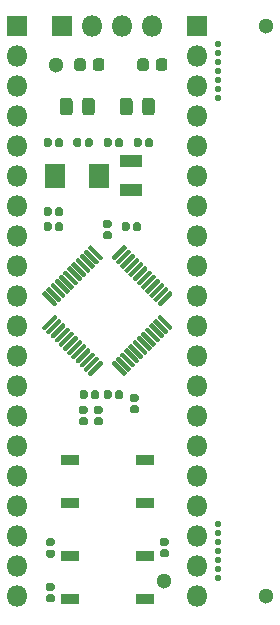
<source format=gts>
G04 #@! TF.GenerationSoftware,KiCad,Pcbnew,(5.1.6)-1*
G04 #@! TF.CreationDate,2020-06-29T16:56:31-07:00*
G04 #@! TF.ProjectId,devboard-edgerail,64657662-6f61-4726-942d-656467657261,A*
G04 #@! TF.SameCoordinates,PX7c82060PY49a3900*
G04 #@! TF.FileFunction,Soldermask,Top*
G04 #@! TF.FilePolarity,Negative*
%FSLAX46Y46*%
G04 Gerber Fmt 4.6, Leading zero omitted, Abs format (unit mm)*
G04 Created by KiCad (PCBNEW (5.1.6)-1) date 2020-06-29 16:56:31*
%MOMM*%
%LPD*%
G01*
G04 APERTURE LIST*
%ADD10C,0.557200*%
%ADD11O,1.800000X1.800000*%
%ADD12R,1.800000X1.800000*%
%ADD13C,1.300000*%
%ADD14R,1.600000X0.950000*%
%ADD15R,1.900000X1.100000*%
%ADD16R,1.800000X2.100000*%
G04 APERTURE END LIST*
D10*
X18542000Y-48260000D03*
X18542000Y-46736000D03*
X18542000Y-45974000D03*
X18542000Y-45212000D03*
X18542000Y-43688000D03*
X18542000Y-47498000D03*
X18542000Y-44450000D03*
X18542000Y-7620000D03*
X18542000Y-6858000D03*
X18542000Y-6096000D03*
X18542000Y-5334000D03*
X18542000Y-4572000D03*
X18542000Y-3810000D03*
X18542000Y-3048000D03*
D11*
X16764000Y-49784000D03*
X16764000Y-47244000D03*
X16764000Y-44704000D03*
X16764000Y-42164000D03*
X16764000Y-39624000D03*
X16764000Y-37084000D03*
X16764000Y-34544000D03*
X16764000Y-32004000D03*
X16764000Y-29464000D03*
X16764000Y-26924000D03*
X16764000Y-24384000D03*
X16764000Y-21844000D03*
X16764000Y-19304000D03*
X16764000Y-16764000D03*
X16764000Y-14224000D03*
X16764000Y-11684000D03*
X16764000Y-9144000D03*
X16764000Y-6604000D03*
X16764000Y-4064000D03*
D12*
X16764000Y-1524000D03*
D13*
X22606000Y-1524000D03*
X22606000Y-49784000D03*
D14*
X12344000Y-50110000D03*
X12344000Y-46410000D03*
X5944000Y-46410000D03*
X5944000Y-50110000D03*
D15*
X11176000Y-12974000D03*
X11176000Y-15474000D03*
D16*
X4754000Y-14224000D03*
X8454000Y-14224000D03*
G36*
G01*
X12084000Y-8863250D02*
X12084000Y-7900750D01*
G75*
G02*
X12352750Y-7632000I268750J0D01*
G01*
X12890250Y-7632000D01*
G75*
G02*
X13159000Y-7900750I0J-268750D01*
G01*
X13159000Y-8863250D01*
G75*
G02*
X12890250Y-9132000I-268750J0D01*
G01*
X12352750Y-9132000D01*
G75*
G02*
X12084000Y-8863250I0J268750D01*
G01*
G37*
G36*
G01*
X10209000Y-8863250D02*
X10209000Y-7900750D01*
G75*
G02*
X10477750Y-7632000I268750J0D01*
G01*
X11015250Y-7632000D01*
G75*
G02*
X11284000Y-7900750I0J-268750D01*
G01*
X11284000Y-8863250D01*
G75*
G02*
X11015250Y-9132000I-268750J0D01*
G01*
X10477750Y-9132000D01*
G75*
G02*
X10209000Y-8863250I0J268750D01*
G01*
G37*
G36*
G01*
X6204000Y-7900750D02*
X6204000Y-8863250D01*
G75*
G02*
X5935250Y-9132000I-268750J0D01*
G01*
X5397750Y-9132000D01*
G75*
G02*
X5129000Y-8863250I0J268750D01*
G01*
X5129000Y-7900750D01*
G75*
G02*
X5397750Y-7632000I268750J0D01*
G01*
X5935250Y-7632000D01*
G75*
G02*
X6204000Y-7900750I0J-268750D01*
G01*
G37*
G36*
G01*
X8079000Y-7900750D02*
X8079000Y-8863250D01*
G75*
G02*
X7810250Y-9132000I-268750J0D01*
G01*
X7272750Y-9132000D01*
G75*
G02*
X7004000Y-8863250I0J268750D01*
G01*
X7004000Y-7900750D01*
G75*
G02*
X7272750Y-7632000I268750J0D01*
G01*
X7810250Y-7632000D01*
G75*
G02*
X8079000Y-7900750I0J-268750D01*
G01*
G37*
D11*
X1524000Y-49784000D03*
X1524000Y-47244000D03*
X1524000Y-44704000D03*
X1524000Y-42164000D03*
X1524000Y-39624000D03*
X1524000Y-37084000D03*
X1524000Y-34544000D03*
X1524000Y-32004000D03*
X1524000Y-29464000D03*
X1524000Y-26924000D03*
X1524000Y-24384000D03*
X1524000Y-21844000D03*
X1524000Y-19304000D03*
X1524000Y-16764000D03*
X1524000Y-14224000D03*
X1524000Y-11684000D03*
X1524000Y-9144000D03*
X1524000Y-6604000D03*
X1524000Y-4064000D03*
D12*
X1524000Y-1524000D03*
G36*
G01*
X7517655Y-20279988D02*
X7659076Y-20138566D01*
G75*
G02*
X7800498Y-20138566I70711J-70711D01*
G01*
X8772770Y-21110838D01*
G75*
G02*
X8772770Y-21252260I-70711J-70711D01*
G01*
X8631348Y-21393682D01*
G75*
G02*
X8489926Y-21393682I-70711J70711D01*
G01*
X7517654Y-20421410D01*
G75*
G02*
X7517654Y-20279988I70711J70711D01*
G01*
G37*
G36*
G01*
X7164101Y-20633542D02*
X7305522Y-20492120D01*
G75*
G02*
X7446944Y-20492120I70711J-70711D01*
G01*
X8419216Y-21464392D01*
G75*
G02*
X8419216Y-21605814I-70711J-70711D01*
G01*
X8277794Y-21747236D01*
G75*
G02*
X8136372Y-21747236I-70711J70711D01*
G01*
X7164100Y-20774964D01*
G75*
G02*
X7164100Y-20633542I70711J70711D01*
G01*
G37*
G36*
G01*
X6810548Y-20987095D02*
X6951969Y-20845673D01*
G75*
G02*
X7093391Y-20845673I70711J-70711D01*
G01*
X8065663Y-21817945D01*
G75*
G02*
X8065663Y-21959367I-70711J-70711D01*
G01*
X7924241Y-22100789D01*
G75*
G02*
X7782819Y-22100789I-70711J70711D01*
G01*
X6810547Y-21128517D01*
G75*
G02*
X6810547Y-20987095I70711J70711D01*
G01*
G37*
G36*
G01*
X6456994Y-21340649D02*
X6598415Y-21199227D01*
G75*
G02*
X6739837Y-21199227I70711J-70711D01*
G01*
X7712109Y-22171499D01*
G75*
G02*
X7712109Y-22312921I-70711J-70711D01*
G01*
X7570687Y-22454343D01*
G75*
G02*
X7429265Y-22454343I-70711J70711D01*
G01*
X6456993Y-21482071D01*
G75*
G02*
X6456993Y-21340649I70711J70711D01*
G01*
G37*
G36*
G01*
X6103441Y-21694202D02*
X6244862Y-21552780D01*
G75*
G02*
X6386284Y-21552780I70711J-70711D01*
G01*
X7358556Y-22525052D01*
G75*
G02*
X7358556Y-22666474I-70711J-70711D01*
G01*
X7217134Y-22807896D01*
G75*
G02*
X7075712Y-22807896I-70711J70711D01*
G01*
X6103440Y-21835624D01*
G75*
G02*
X6103440Y-21694202I70711J70711D01*
G01*
G37*
G36*
G01*
X5749888Y-22047755D02*
X5891309Y-21906333D01*
G75*
G02*
X6032731Y-21906333I70711J-70711D01*
G01*
X7005003Y-22878605D01*
G75*
G02*
X7005003Y-23020027I-70711J-70711D01*
G01*
X6863581Y-23161449D01*
G75*
G02*
X6722159Y-23161449I-70711J70711D01*
G01*
X5749887Y-22189177D01*
G75*
G02*
X5749887Y-22047755I70711J70711D01*
G01*
G37*
G36*
G01*
X5396334Y-22401309D02*
X5537755Y-22259887D01*
G75*
G02*
X5679177Y-22259887I70711J-70711D01*
G01*
X6651449Y-23232159D01*
G75*
G02*
X6651449Y-23373581I-70711J-70711D01*
G01*
X6510027Y-23515003D01*
G75*
G02*
X6368605Y-23515003I-70711J70711D01*
G01*
X5396333Y-22542731D01*
G75*
G02*
X5396333Y-22401309I70711J70711D01*
G01*
G37*
G36*
G01*
X5042781Y-22754862D02*
X5184202Y-22613440D01*
G75*
G02*
X5325624Y-22613440I70711J-70711D01*
G01*
X6297896Y-23585712D01*
G75*
G02*
X6297896Y-23727134I-70711J-70711D01*
G01*
X6156474Y-23868556D01*
G75*
G02*
X6015052Y-23868556I-70711J70711D01*
G01*
X5042780Y-22896284D01*
G75*
G02*
X5042780Y-22754862I70711J70711D01*
G01*
G37*
G36*
G01*
X4689228Y-23108415D02*
X4830649Y-22966993D01*
G75*
G02*
X4972071Y-22966993I70711J-70711D01*
G01*
X5944343Y-23939265D01*
G75*
G02*
X5944343Y-24080687I-70711J-70711D01*
G01*
X5802921Y-24222109D01*
G75*
G02*
X5661499Y-24222109I-70711J70711D01*
G01*
X4689227Y-23249837D01*
G75*
G02*
X4689227Y-23108415I70711J70711D01*
G01*
G37*
G36*
G01*
X4335674Y-23461969D02*
X4477095Y-23320547D01*
G75*
G02*
X4618517Y-23320547I70711J-70711D01*
G01*
X5590789Y-24292819D01*
G75*
G02*
X5590789Y-24434241I-70711J-70711D01*
G01*
X5449367Y-24575663D01*
G75*
G02*
X5307945Y-24575663I-70711J70711D01*
G01*
X4335673Y-23603391D01*
G75*
G02*
X4335673Y-23461969I70711J70711D01*
G01*
G37*
G36*
G01*
X3982121Y-23815522D02*
X4123542Y-23674100D01*
G75*
G02*
X4264964Y-23674100I70711J-70711D01*
G01*
X5237236Y-24646372D01*
G75*
G02*
X5237236Y-24787794I-70711J-70711D01*
G01*
X5095814Y-24929216D01*
G75*
G02*
X4954392Y-24929216I-70711J70711D01*
G01*
X3982120Y-23956944D01*
G75*
G02*
X3982120Y-23815522I70711J70711D01*
G01*
G37*
G36*
G01*
X3628567Y-24169076D02*
X3769988Y-24027654D01*
G75*
G02*
X3911410Y-24027654I70711J-70711D01*
G01*
X4883682Y-24999926D01*
G75*
G02*
X4883682Y-25141348I-70711J-70711D01*
G01*
X4742260Y-25282770D01*
G75*
G02*
X4600838Y-25282770I-70711J70711D01*
G01*
X3628566Y-24310498D01*
G75*
G02*
X3628566Y-24169076I70711J70711D01*
G01*
G37*
G36*
G01*
X3628567Y-26997503D02*
X4600838Y-26025230D01*
G75*
G02*
X4742260Y-26025230I70711J-70711D01*
G01*
X4883682Y-26166652D01*
G75*
G02*
X4883682Y-26308074I-70711J-70711D01*
G01*
X3911410Y-27280346D01*
G75*
G02*
X3769988Y-27280346I-70711J70711D01*
G01*
X3628566Y-27138924D01*
G75*
G02*
X3628566Y-26997502I70711J70711D01*
G01*
G37*
G36*
G01*
X3982121Y-27351057D02*
X4954392Y-26378784D01*
G75*
G02*
X5095814Y-26378784I70711J-70711D01*
G01*
X5237236Y-26520206D01*
G75*
G02*
X5237236Y-26661628I-70711J-70711D01*
G01*
X4264964Y-27633900D01*
G75*
G02*
X4123542Y-27633900I-70711J70711D01*
G01*
X3982120Y-27492478D01*
G75*
G02*
X3982120Y-27351056I70711J70711D01*
G01*
G37*
G36*
G01*
X4335674Y-27704610D02*
X5307945Y-26732337D01*
G75*
G02*
X5449367Y-26732337I70711J-70711D01*
G01*
X5590789Y-26873759D01*
G75*
G02*
X5590789Y-27015181I-70711J-70711D01*
G01*
X4618517Y-27987453D01*
G75*
G02*
X4477095Y-27987453I-70711J70711D01*
G01*
X4335673Y-27846031D01*
G75*
G02*
X4335673Y-27704609I70711J70711D01*
G01*
G37*
G36*
G01*
X4689228Y-28058164D02*
X5661499Y-27085891D01*
G75*
G02*
X5802921Y-27085891I70711J-70711D01*
G01*
X5944343Y-27227313D01*
G75*
G02*
X5944343Y-27368735I-70711J-70711D01*
G01*
X4972071Y-28341007D01*
G75*
G02*
X4830649Y-28341007I-70711J70711D01*
G01*
X4689227Y-28199585D01*
G75*
G02*
X4689227Y-28058163I70711J70711D01*
G01*
G37*
G36*
G01*
X5042781Y-28411717D02*
X6015052Y-27439444D01*
G75*
G02*
X6156474Y-27439444I70711J-70711D01*
G01*
X6297896Y-27580866D01*
G75*
G02*
X6297896Y-27722288I-70711J-70711D01*
G01*
X5325624Y-28694560D01*
G75*
G02*
X5184202Y-28694560I-70711J70711D01*
G01*
X5042780Y-28553138D01*
G75*
G02*
X5042780Y-28411716I70711J70711D01*
G01*
G37*
G36*
G01*
X5396334Y-28765270D02*
X6368605Y-27792997D01*
G75*
G02*
X6510027Y-27792997I70711J-70711D01*
G01*
X6651449Y-27934419D01*
G75*
G02*
X6651449Y-28075841I-70711J-70711D01*
G01*
X5679177Y-29048113D01*
G75*
G02*
X5537755Y-29048113I-70711J70711D01*
G01*
X5396333Y-28906691D01*
G75*
G02*
X5396333Y-28765269I70711J70711D01*
G01*
G37*
G36*
G01*
X5749888Y-29118824D02*
X6722159Y-28146551D01*
G75*
G02*
X6863581Y-28146551I70711J-70711D01*
G01*
X7005003Y-28287973D01*
G75*
G02*
X7005003Y-28429395I-70711J-70711D01*
G01*
X6032731Y-29401667D01*
G75*
G02*
X5891309Y-29401667I-70711J70711D01*
G01*
X5749887Y-29260245D01*
G75*
G02*
X5749887Y-29118823I70711J70711D01*
G01*
G37*
G36*
G01*
X6103441Y-29472377D02*
X7075712Y-28500104D01*
G75*
G02*
X7217134Y-28500104I70711J-70711D01*
G01*
X7358556Y-28641526D01*
G75*
G02*
X7358556Y-28782948I-70711J-70711D01*
G01*
X6386284Y-29755220D01*
G75*
G02*
X6244862Y-29755220I-70711J70711D01*
G01*
X6103440Y-29613798D01*
G75*
G02*
X6103440Y-29472376I70711J70711D01*
G01*
G37*
G36*
G01*
X6456994Y-29825930D02*
X7429265Y-28853657D01*
G75*
G02*
X7570687Y-28853657I70711J-70711D01*
G01*
X7712109Y-28995079D01*
G75*
G02*
X7712109Y-29136501I-70711J-70711D01*
G01*
X6739837Y-30108773D01*
G75*
G02*
X6598415Y-30108773I-70711J70711D01*
G01*
X6456993Y-29967351D01*
G75*
G02*
X6456993Y-29825929I70711J70711D01*
G01*
G37*
G36*
G01*
X6810548Y-30179484D02*
X7782819Y-29207211D01*
G75*
G02*
X7924241Y-29207211I70711J-70711D01*
G01*
X8065663Y-29348633D01*
G75*
G02*
X8065663Y-29490055I-70711J-70711D01*
G01*
X7093391Y-30462327D01*
G75*
G02*
X6951969Y-30462327I-70711J70711D01*
G01*
X6810547Y-30320905D01*
G75*
G02*
X6810547Y-30179483I70711J70711D01*
G01*
G37*
G36*
G01*
X7164101Y-30533037D02*
X8136372Y-29560764D01*
G75*
G02*
X8277794Y-29560764I70711J-70711D01*
G01*
X8419216Y-29702186D01*
G75*
G02*
X8419216Y-29843608I-70711J-70711D01*
G01*
X7446944Y-30815880D01*
G75*
G02*
X7305522Y-30815880I-70711J70711D01*
G01*
X7164100Y-30674458D01*
G75*
G02*
X7164100Y-30533036I70711J70711D01*
G01*
G37*
G36*
G01*
X7517655Y-30886591D02*
X8489926Y-29914318D01*
G75*
G02*
X8631348Y-29914318I70711J-70711D01*
G01*
X8772770Y-30055740D01*
G75*
G02*
X8772770Y-30197162I-70711J-70711D01*
G01*
X7800498Y-31169434D01*
G75*
G02*
X7659076Y-31169434I-70711J70711D01*
G01*
X7517654Y-31028012D01*
G75*
G02*
X7517654Y-30886590I70711J70711D01*
G01*
G37*
G36*
G01*
X9515231Y-30055740D02*
X9656652Y-29914318D01*
G75*
G02*
X9798074Y-29914318I70711J-70711D01*
G01*
X10770346Y-30886590D01*
G75*
G02*
X10770346Y-31028012I-70711J-70711D01*
G01*
X10628924Y-31169434D01*
G75*
G02*
X10487502Y-31169434I-70711J70711D01*
G01*
X9515230Y-30197162D01*
G75*
G02*
X9515230Y-30055740I70711J70711D01*
G01*
G37*
G36*
G01*
X9868785Y-29702186D02*
X10010206Y-29560764D01*
G75*
G02*
X10151628Y-29560764I70711J-70711D01*
G01*
X11123900Y-30533036D01*
G75*
G02*
X11123900Y-30674458I-70711J-70711D01*
G01*
X10982478Y-30815880D01*
G75*
G02*
X10841056Y-30815880I-70711J70711D01*
G01*
X9868784Y-29843608D01*
G75*
G02*
X9868784Y-29702186I70711J70711D01*
G01*
G37*
G36*
G01*
X10222338Y-29348633D02*
X10363759Y-29207211D01*
G75*
G02*
X10505181Y-29207211I70711J-70711D01*
G01*
X11477453Y-30179483D01*
G75*
G02*
X11477453Y-30320905I-70711J-70711D01*
G01*
X11336031Y-30462327D01*
G75*
G02*
X11194609Y-30462327I-70711J70711D01*
G01*
X10222337Y-29490055D01*
G75*
G02*
X10222337Y-29348633I70711J70711D01*
G01*
G37*
G36*
G01*
X10575892Y-28995079D02*
X10717313Y-28853657D01*
G75*
G02*
X10858735Y-28853657I70711J-70711D01*
G01*
X11831007Y-29825929D01*
G75*
G02*
X11831007Y-29967351I-70711J-70711D01*
G01*
X11689585Y-30108773D01*
G75*
G02*
X11548163Y-30108773I-70711J70711D01*
G01*
X10575891Y-29136501D01*
G75*
G02*
X10575891Y-28995079I70711J70711D01*
G01*
G37*
G36*
G01*
X10929445Y-28641526D02*
X11070866Y-28500104D01*
G75*
G02*
X11212288Y-28500104I70711J-70711D01*
G01*
X12184560Y-29472376D01*
G75*
G02*
X12184560Y-29613798I-70711J-70711D01*
G01*
X12043138Y-29755220D01*
G75*
G02*
X11901716Y-29755220I-70711J70711D01*
G01*
X10929444Y-28782948D01*
G75*
G02*
X10929444Y-28641526I70711J70711D01*
G01*
G37*
G36*
G01*
X11282998Y-28287973D02*
X11424419Y-28146551D01*
G75*
G02*
X11565841Y-28146551I70711J-70711D01*
G01*
X12538113Y-29118823D01*
G75*
G02*
X12538113Y-29260245I-70711J-70711D01*
G01*
X12396691Y-29401667D01*
G75*
G02*
X12255269Y-29401667I-70711J70711D01*
G01*
X11282997Y-28429395D01*
G75*
G02*
X11282997Y-28287973I70711J70711D01*
G01*
G37*
G36*
G01*
X11636552Y-27934419D02*
X11777973Y-27792997D01*
G75*
G02*
X11919395Y-27792997I70711J-70711D01*
G01*
X12891667Y-28765269D01*
G75*
G02*
X12891667Y-28906691I-70711J-70711D01*
G01*
X12750245Y-29048113D01*
G75*
G02*
X12608823Y-29048113I-70711J70711D01*
G01*
X11636551Y-28075841D01*
G75*
G02*
X11636551Y-27934419I70711J70711D01*
G01*
G37*
G36*
G01*
X11990105Y-27580866D02*
X12131526Y-27439444D01*
G75*
G02*
X12272948Y-27439444I70711J-70711D01*
G01*
X13245220Y-28411716D01*
G75*
G02*
X13245220Y-28553138I-70711J-70711D01*
G01*
X13103798Y-28694560D01*
G75*
G02*
X12962376Y-28694560I-70711J70711D01*
G01*
X11990104Y-27722288D01*
G75*
G02*
X11990104Y-27580866I70711J70711D01*
G01*
G37*
G36*
G01*
X12343658Y-27227313D02*
X12485079Y-27085891D01*
G75*
G02*
X12626501Y-27085891I70711J-70711D01*
G01*
X13598773Y-28058163D01*
G75*
G02*
X13598773Y-28199585I-70711J-70711D01*
G01*
X13457351Y-28341007D01*
G75*
G02*
X13315929Y-28341007I-70711J70711D01*
G01*
X12343657Y-27368735D01*
G75*
G02*
X12343657Y-27227313I70711J70711D01*
G01*
G37*
G36*
G01*
X12697212Y-26873759D02*
X12838633Y-26732337D01*
G75*
G02*
X12980055Y-26732337I70711J-70711D01*
G01*
X13952327Y-27704609D01*
G75*
G02*
X13952327Y-27846031I-70711J-70711D01*
G01*
X13810905Y-27987453D01*
G75*
G02*
X13669483Y-27987453I-70711J70711D01*
G01*
X12697211Y-27015181D01*
G75*
G02*
X12697211Y-26873759I70711J70711D01*
G01*
G37*
G36*
G01*
X13050765Y-26520206D02*
X13192186Y-26378784D01*
G75*
G02*
X13333608Y-26378784I70711J-70711D01*
G01*
X14305880Y-27351056D01*
G75*
G02*
X14305880Y-27492478I-70711J-70711D01*
G01*
X14164458Y-27633900D01*
G75*
G02*
X14023036Y-27633900I-70711J70711D01*
G01*
X13050764Y-26661628D01*
G75*
G02*
X13050764Y-26520206I70711J70711D01*
G01*
G37*
G36*
G01*
X13404319Y-26166652D02*
X13545740Y-26025230D01*
G75*
G02*
X13687162Y-26025230I70711J-70711D01*
G01*
X14659434Y-26997502D01*
G75*
G02*
X14659434Y-27138924I-70711J-70711D01*
G01*
X14518012Y-27280346D01*
G75*
G02*
X14376590Y-27280346I-70711J70711D01*
G01*
X13404318Y-26308074D01*
G75*
G02*
X13404318Y-26166652I70711J70711D01*
G01*
G37*
G36*
G01*
X13404319Y-24999927D02*
X14376590Y-24027654D01*
G75*
G02*
X14518012Y-24027654I70711J-70711D01*
G01*
X14659434Y-24169076D01*
G75*
G02*
X14659434Y-24310498I-70711J-70711D01*
G01*
X13687162Y-25282770D01*
G75*
G02*
X13545740Y-25282770I-70711J70711D01*
G01*
X13404318Y-25141348D01*
G75*
G02*
X13404318Y-24999926I70711J70711D01*
G01*
G37*
G36*
G01*
X13050765Y-24646373D02*
X14023036Y-23674100D01*
G75*
G02*
X14164458Y-23674100I70711J-70711D01*
G01*
X14305880Y-23815522D01*
G75*
G02*
X14305880Y-23956944I-70711J-70711D01*
G01*
X13333608Y-24929216D01*
G75*
G02*
X13192186Y-24929216I-70711J70711D01*
G01*
X13050764Y-24787794D01*
G75*
G02*
X13050764Y-24646372I70711J70711D01*
G01*
G37*
G36*
G01*
X12697212Y-24292820D02*
X13669483Y-23320547D01*
G75*
G02*
X13810905Y-23320547I70711J-70711D01*
G01*
X13952327Y-23461969D01*
G75*
G02*
X13952327Y-23603391I-70711J-70711D01*
G01*
X12980055Y-24575663D01*
G75*
G02*
X12838633Y-24575663I-70711J70711D01*
G01*
X12697211Y-24434241D01*
G75*
G02*
X12697211Y-24292819I70711J70711D01*
G01*
G37*
G36*
G01*
X12343658Y-23939266D02*
X13315929Y-22966993D01*
G75*
G02*
X13457351Y-22966993I70711J-70711D01*
G01*
X13598773Y-23108415D01*
G75*
G02*
X13598773Y-23249837I-70711J-70711D01*
G01*
X12626501Y-24222109D01*
G75*
G02*
X12485079Y-24222109I-70711J70711D01*
G01*
X12343657Y-24080687D01*
G75*
G02*
X12343657Y-23939265I70711J70711D01*
G01*
G37*
G36*
G01*
X11990105Y-23585713D02*
X12962376Y-22613440D01*
G75*
G02*
X13103798Y-22613440I70711J-70711D01*
G01*
X13245220Y-22754862D01*
G75*
G02*
X13245220Y-22896284I-70711J-70711D01*
G01*
X12272948Y-23868556D01*
G75*
G02*
X12131526Y-23868556I-70711J70711D01*
G01*
X11990104Y-23727134D01*
G75*
G02*
X11990104Y-23585712I70711J70711D01*
G01*
G37*
G36*
G01*
X11636552Y-23232160D02*
X12608823Y-22259887D01*
G75*
G02*
X12750245Y-22259887I70711J-70711D01*
G01*
X12891667Y-22401309D01*
G75*
G02*
X12891667Y-22542731I-70711J-70711D01*
G01*
X11919395Y-23515003D01*
G75*
G02*
X11777973Y-23515003I-70711J70711D01*
G01*
X11636551Y-23373581D01*
G75*
G02*
X11636551Y-23232159I70711J70711D01*
G01*
G37*
G36*
G01*
X11282998Y-22878606D02*
X12255269Y-21906333D01*
G75*
G02*
X12396691Y-21906333I70711J-70711D01*
G01*
X12538113Y-22047755D01*
G75*
G02*
X12538113Y-22189177I-70711J-70711D01*
G01*
X11565841Y-23161449D01*
G75*
G02*
X11424419Y-23161449I-70711J70711D01*
G01*
X11282997Y-23020027D01*
G75*
G02*
X11282997Y-22878605I70711J70711D01*
G01*
G37*
G36*
G01*
X10929445Y-22525053D02*
X11901716Y-21552780D01*
G75*
G02*
X12043138Y-21552780I70711J-70711D01*
G01*
X12184560Y-21694202D01*
G75*
G02*
X12184560Y-21835624I-70711J-70711D01*
G01*
X11212288Y-22807896D01*
G75*
G02*
X11070866Y-22807896I-70711J70711D01*
G01*
X10929444Y-22666474D01*
G75*
G02*
X10929444Y-22525052I70711J70711D01*
G01*
G37*
G36*
G01*
X10575892Y-22171500D02*
X11548163Y-21199227D01*
G75*
G02*
X11689585Y-21199227I70711J-70711D01*
G01*
X11831007Y-21340649D01*
G75*
G02*
X11831007Y-21482071I-70711J-70711D01*
G01*
X10858735Y-22454343D01*
G75*
G02*
X10717313Y-22454343I-70711J70711D01*
G01*
X10575891Y-22312921D01*
G75*
G02*
X10575891Y-22171499I70711J70711D01*
G01*
G37*
G36*
G01*
X10222338Y-21817946D02*
X11194609Y-20845673D01*
G75*
G02*
X11336031Y-20845673I70711J-70711D01*
G01*
X11477453Y-20987095D01*
G75*
G02*
X11477453Y-21128517I-70711J-70711D01*
G01*
X10505181Y-22100789D01*
G75*
G02*
X10363759Y-22100789I-70711J70711D01*
G01*
X10222337Y-21959367D01*
G75*
G02*
X10222337Y-21817945I70711J70711D01*
G01*
G37*
G36*
G01*
X9868785Y-21464393D02*
X10841056Y-20492120D01*
G75*
G02*
X10982478Y-20492120I70711J-70711D01*
G01*
X11123900Y-20633542D01*
G75*
G02*
X11123900Y-20774964I-70711J-70711D01*
G01*
X10151628Y-21747236D01*
G75*
G02*
X10010206Y-21747236I-70711J70711D01*
G01*
X9868784Y-21605814D01*
G75*
G02*
X9868784Y-21464392I70711J70711D01*
G01*
G37*
G36*
G01*
X9515231Y-21110839D02*
X10487502Y-20138566D01*
G75*
G02*
X10628924Y-20138566I70711J-70711D01*
G01*
X10770346Y-20279988D01*
G75*
G02*
X10770346Y-20421410I-70711J-70711D01*
G01*
X9798074Y-21393682D01*
G75*
G02*
X9656652Y-21393682I-70711J70711D01*
G01*
X9515230Y-21252260D01*
G75*
G02*
X9515230Y-21110838I70711J70711D01*
G01*
G37*
D13*
X4826000Y-4826000D03*
X13970000Y-48514000D03*
G36*
G01*
X4120500Y-49670000D02*
X4515500Y-49670000D01*
G75*
G02*
X4688000Y-49842500I0J-172500D01*
G01*
X4688000Y-50187500D01*
G75*
G02*
X4515500Y-50360000I-172500J0D01*
G01*
X4120500Y-50360000D01*
G75*
G02*
X3948000Y-50187500I0J172500D01*
G01*
X3948000Y-49842500D01*
G75*
G02*
X4120500Y-49670000I172500J0D01*
G01*
G37*
G36*
G01*
X4120500Y-48700000D02*
X4515500Y-48700000D01*
G75*
G02*
X4688000Y-48872500I0J-172500D01*
G01*
X4688000Y-49217500D01*
G75*
G02*
X4515500Y-49390000I-172500J0D01*
G01*
X4120500Y-49390000D01*
G75*
G02*
X3948000Y-49217500I0J172500D01*
G01*
X3948000Y-48872500D01*
G75*
G02*
X4120500Y-48700000I172500J0D01*
G01*
G37*
G36*
G01*
X14167500Y-45580000D02*
X13772500Y-45580000D01*
G75*
G02*
X13600000Y-45407500I0J172500D01*
G01*
X13600000Y-45062500D01*
G75*
G02*
X13772500Y-44890000I172500J0D01*
G01*
X14167500Y-44890000D01*
G75*
G02*
X14340000Y-45062500I0J-172500D01*
G01*
X14340000Y-45407500D01*
G75*
G02*
X14167500Y-45580000I-172500J0D01*
G01*
G37*
G36*
G01*
X14167500Y-46550000D02*
X13772500Y-46550000D01*
G75*
G02*
X13600000Y-46377500I0J172500D01*
G01*
X13600000Y-46032500D01*
G75*
G02*
X13772500Y-45860000I172500J0D01*
G01*
X14167500Y-45860000D01*
G75*
G02*
X14340000Y-46032500I0J-172500D01*
G01*
X14340000Y-46377500D01*
G75*
G02*
X14167500Y-46550000I-172500J0D01*
G01*
G37*
G36*
G01*
X4120500Y-45883000D02*
X4515500Y-45883000D01*
G75*
G02*
X4688000Y-46055500I0J-172500D01*
G01*
X4688000Y-46400500D01*
G75*
G02*
X4515500Y-46573000I-172500J0D01*
G01*
X4120500Y-46573000D01*
G75*
G02*
X3948000Y-46400500I0J172500D01*
G01*
X3948000Y-46055500D01*
G75*
G02*
X4120500Y-45883000I172500J0D01*
G01*
G37*
G36*
G01*
X4120500Y-44913000D02*
X4515500Y-44913000D01*
G75*
G02*
X4688000Y-45085500I0J-172500D01*
G01*
X4688000Y-45430500D01*
G75*
G02*
X4515500Y-45603000I-172500J0D01*
G01*
X4120500Y-45603000D01*
G75*
G02*
X3948000Y-45430500I0J172500D01*
G01*
X3948000Y-45085500D01*
G75*
G02*
X4120500Y-44913000I172500J0D01*
G01*
G37*
D14*
X12344000Y-41982000D03*
X12344000Y-38282000D03*
X5944000Y-38282000D03*
X5944000Y-41982000D03*
G36*
G01*
X12654000Y-4544750D02*
X12654000Y-5107250D01*
G75*
G02*
X12410250Y-5351000I-243750J0D01*
G01*
X11922750Y-5351000D01*
G75*
G02*
X11679000Y-5107250I0J243750D01*
G01*
X11679000Y-4544750D01*
G75*
G02*
X11922750Y-4301000I243750J0D01*
G01*
X12410250Y-4301000D01*
G75*
G02*
X12654000Y-4544750I0J-243750D01*
G01*
G37*
G36*
G01*
X14229000Y-4544750D02*
X14229000Y-5107250D01*
G75*
G02*
X13985250Y-5351000I-243750J0D01*
G01*
X13497750Y-5351000D01*
G75*
G02*
X13254000Y-5107250I0J243750D01*
G01*
X13254000Y-4544750D01*
G75*
G02*
X13497750Y-4301000I243750J0D01*
G01*
X13985250Y-4301000D01*
G75*
G02*
X14229000Y-4544750I0J-243750D01*
G01*
G37*
G36*
G01*
X7920000Y-5107250D02*
X7920000Y-4544750D01*
G75*
G02*
X8163750Y-4301000I243750J0D01*
G01*
X8651250Y-4301000D01*
G75*
G02*
X8895000Y-4544750I0J-243750D01*
G01*
X8895000Y-5107250D01*
G75*
G02*
X8651250Y-5351000I-243750J0D01*
G01*
X8163750Y-5351000D01*
G75*
G02*
X7920000Y-5107250I0J243750D01*
G01*
G37*
G36*
G01*
X6345000Y-5107250D02*
X6345000Y-4544750D01*
G75*
G02*
X6588750Y-4301000I243750J0D01*
G01*
X7076250Y-4301000D01*
G75*
G02*
X7320000Y-4544750I0J-243750D01*
G01*
X7320000Y-5107250D01*
G75*
G02*
X7076250Y-5351000I-243750J0D01*
G01*
X6588750Y-5351000D01*
G75*
G02*
X6345000Y-5107250I0J243750D01*
G01*
G37*
G36*
G01*
X11232500Y-33668000D02*
X11627500Y-33668000D01*
G75*
G02*
X11800000Y-33840500I0J-172500D01*
G01*
X11800000Y-34185500D01*
G75*
G02*
X11627500Y-34358000I-172500J0D01*
G01*
X11232500Y-34358000D01*
G75*
G02*
X11060000Y-34185500I0J172500D01*
G01*
X11060000Y-33840500D01*
G75*
G02*
X11232500Y-33668000I172500J0D01*
G01*
G37*
G36*
G01*
X11232500Y-32698000D02*
X11627500Y-32698000D01*
G75*
G02*
X11800000Y-32870500I0J-172500D01*
G01*
X11800000Y-33215500D01*
G75*
G02*
X11627500Y-33388000I-172500J0D01*
G01*
X11232500Y-33388000D01*
G75*
G02*
X11060000Y-33215500I0J172500D01*
G01*
X11060000Y-32870500D01*
G75*
G02*
X11232500Y-32698000I172500J0D01*
G01*
G37*
G36*
G01*
X9512000Y-32568500D02*
X9512000Y-32963500D01*
G75*
G02*
X9339500Y-33136000I-172500J0D01*
G01*
X8994500Y-33136000D01*
G75*
G02*
X8822000Y-32963500I0J172500D01*
G01*
X8822000Y-32568500D01*
G75*
G02*
X8994500Y-32396000I172500J0D01*
G01*
X9339500Y-32396000D01*
G75*
G02*
X9512000Y-32568500I0J-172500D01*
G01*
G37*
G36*
G01*
X10482000Y-32568500D02*
X10482000Y-32963500D01*
G75*
G02*
X10309500Y-33136000I-172500J0D01*
G01*
X9964500Y-33136000D01*
G75*
G02*
X9792000Y-32963500I0J172500D01*
G01*
X9792000Y-32568500D01*
G75*
G02*
X9964500Y-32396000I172500J0D01*
G01*
X10309500Y-32396000D01*
G75*
G02*
X10482000Y-32568500I0J-172500D01*
G01*
G37*
G36*
G01*
X8579500Y-34404000D02*
X8184500Y-34404000D01*
G75*
G02*
X8012000Y-34231500I0J172500D01*
G01*
X8012000Y-33886500D01*
G75*
G02*
X8184500Y-33714000I172500J0D01*
G01*
X8579500Y-33714000D01*
G75*
G02*
X8752000Y-33886500I0J-172500D01*
G01*
X8752000Y-34231500D01*
G75*
G02*
X8579500Y-34404000I-172500J0D01*
G01*
G37*
G36*
G01*
X8579500Y-35374000D02*
X8184500Y-35374000D01*
G75*
G02*
X8012000Y-35201500I0J172500D01*
G01*
X8012000Y-34856500D01*
G75*
G02*
X8184500Y-34684000I172500J0D01*
G01*
X8579500Y-34684000D01*
G75*
G02*
X8752000Y-34856500I0J-172500D01*
G01*
X8752000Y-35201500D01*
G75*
G02*
X8579500Y-35374000I-172500J0D01*
G01*
G37*
D11*
X12954000Y-1524000D03*
X10414000Y-1524000D03*
X7874000Y-1524000D03*
D12*
X5334000Y-1524000D03*
G36*
G01*
X6914500Y-34684000D02*
X7309500Y-34684000D01*
G75*
G02*
X7482000Y-34856500I0J-172500D01*
G01*
X7482000Y-35201500D01*
G75*
G02*
X7309500Y-35374000I-172500J0D01*
G01*
X6914500Y-35374000D01*
G75*
G02*
X6742000Y-35201500I0J172500D01*
G01*
X6742000Y-34856500D01*
G75*
G02*
X6914500Y-34684000I172500J0D01*
G01*
G37*
G36*
G01*
X6914500Y-33714000D02*
X7309500Y-33714000D01*
G75*
G02*
X7482000Y-33886500I0J-172500D01*
G01*
X7482000Y-34231500D01*
G75*
G02*
X7309500Y-34404000I-172500J0D01*
G01*
X6914500Y-34404000D01*
G75*
G02*
X6742000Y-34231500I0J172500D01*
G01*
X6742000Y-33886500D01*
G75*
G02*
X6914500Y-33714000I172500J0D01*
G01*
G37*
G36*
G01*
X9792000Y-11627500D02*
X9792000Y-11232500D01*
G75*
G02*
X9964500Y-11060000I172500J0D01*
G01*
X10309500Y-11060000D01*
G75*
G02*
X10482000Y-11232500I0J-172500D01*
G01*
X10482000Y-11627500D01*
G75*
G02*
X10309500Y-11800000I-172500J0D01*
G01*
X9964500Y-11800000D01*
G75*
G02*
X9792000Y-11627500I0J172500D01*
G01*
G37*
G36*
G01*
X8822000Y-11627500D02*
X8822000Y-11232500D01*
G75*
G02*
X8994500Y-11060000I172500J0D01*
G01*
X9339500Y-11060000D01*
G75*
G02*
X9512000Y-11232500I0J-172500D01*
G01*
X9512000Y-11627500D01*
G75*
G02*
X9339500Y-11800000I-172500J0D01*
G01*
X8994500Y-11800000D01*
G75*
G02*
X8822000Y-11627500I0J172500D01*
G01*
G37*
G36*
G01*
X12052000Y-11232500D02*
X12052000Y-11627500D01*
G75*
G02*
X11879500Y-11800000I-172500J0D01*
G01*
X11534500Y-11800000D01*
G75*
G02*
X11362000Y-11627500I0J172500D01*
G01*
X11362000Y-11232500D01*
G75*
G02*
X11534500Y-11060000I172500J0D01*
G01*
X11879500Y-11060000D01*
G75*
G02*
X12052000Y-11232500I0J-172500D01*
G01*
G37*
G36*
G01*
X13022000Y-11232500D02*
X13022000Y-11627500D01*
G75*
G02*
X12849500Y-11800000I-172500J0D01*
G01*
X12504500Y-11800000D01*
G75*
G02*
X12332000Y-11627500I0J172500D01*
G01*
X12332000Y-11232500D01*
G75*
G02*
X12504500Y-11060000I172500J0D01*
G01*
X12849500Y-11060000D01*
G75*
G02*
X13022000Y-11232500I0J-172500D01*
G01*
G37*
G36*
G01*
X4712000Y-11627500D02*
X4712000Y-11232500D01*
G75*
G02*
X4884500Y-11060000I172500J0D01*
G01*
X5229500Y-11060000D01*
G75*
G02*
X5402000Y-11232500I0J-172500D01*
G01*
X5402000Y-11627500D01*
G75*
G02*
X5229500Y-11800000I-172500J0D01*
G01*
X4884500Y-11800000D01*
G75*
G02*
X4712000Y-11627500I0J172500D01*
G01*
G37*
G36*
G01*
X3742000Y-11627500D02*
X3742000Y-11232500D01*
G75*
G02*
X3914500Y-11060000I172500J0D01*
G01*
X4259500Y-11060000D01*
G75*
G02*
X4432000Y-11232500I0J-172500D01*
G01*
X4432000Y-11627500D01*
G75*
G02*
X4259500Y-11800000I-172500J0D01*
G01*
X3914500Y-11800000D01*
G75*
G02*
X3742000Y-11627500I0J172500D01*
G01*
G37*
G36*
G01*
X6949000Y-11232500D02*
X6949000Y-11627500D01*
G75*
G02*
X6776500Y-11800000I-172500J0D01*
G01*
X6431500Y-11800000D01*
G75*
G02*
X6259000Y-11627500I0J172500D01*
G01*
X6259000Y-11232500D01*
G75*
G02*
X6431500Y-11060000I172500J0D01*
G01*
X6776500Y-11060000D01*
G75*
G02*
X6949000Y-11232500I0J-172500D01*
G01*
G37*
G36*
G01*
X7919000Y-11232500D02*
X7919000Y-11627500D01*
G75*
G02*
X7746500Y-11800000I-172500J0D01*
G01*
X7401500Y-11800000D01*
G75*
G02*
X7229000Y-11627500I0J172500D01*
G01*
X7229000Y-11232500D01*
G75*
G02*
X7401500Y-11060000I172500J0D01*
G01*
X7746500Y-11060000D01*
G75*
G02*
X7919000Y-11232500I0J-172500D01*
G01*
G37*
G36*
G01*
X4712000Y-17469500D02*
X4712000Y-17074500D01*
G75*
G02*
X4884500Y-16902000I172500J0D01*
G01*
X5229500Y-16902000D01*
G75*
G02*
X5402000Y-17074500I0J-172500D01*
G01*
X5402000Y-17469500D01*
G75*
G02*
X5229500Y-17642000I-172500J0D01*
G01*
X4884500Y-17642000D01*
G75*
G02*
X4712000Y-17469500I0J172500D01*
G01*
G37*
G36*
G01*
X3742000Y-17469500D02*
X3742000Y-17074500D01*
G75*
G02*
X3914500Y-16902000I172500J0D01*
G01*
X4259500Y-16902000D01*
G75*
G02*
X4432000Y-17074500I0J-172500D01*
G01*
X4432000Y-17469500D01*
G75*
G02*
X4259500Y-17642000I-172500J0D01*
G01*
X3914500Y-17642000D01*
G75*
G02*
X3742000Y-17469500I0J172500D01*
G01*
G37*
G36*
G01*
X4712000Y-18739500D02*
X4712000Y-18344500D01*
G75*
G02*
X4884500Y-18172000I172500J0D01*
G01*
X5229500Y-18172000D01*
G75*
G02*
X5402000Y-18344500I0J-172500D01*
G01*
X5402000Y-18739500D01*
G75*
G02*
X5229500Y-18912000I-172500J0D01*
G01*
X4884500Y-18912000D01*
G75*
G02*
X4712000Y-18739500I0J172500D01*
G01*
G37*
G36*
G01*
X3742000Y-18739500D02*
X3742000Y-18344500D01*
G75*
G02*
X3914500Y-18172000I172500J0D01*
G01*
X4259500Y-18172000D01*
G75*
G02*
X4432000Y-18344500I0J-172500D01*
G01*
X4432000Y-18739500D01*
G75*
G02*
X4259500Y-18912000I-172500J0D01*
G01*
X3914500Y-18912000D01*
G75*
G02*
X3742000Y-18739500I0J172500D01*
G01*
G37*
G36*
G01*
X11316000Y-18739500D02*
X11316000Y-18344500D01*
G75*
G02*
X11488500Y-18172000I172500J0D01*
G01*
X11833500Y-18172000D01*
G75*
G02*
X12006000Y-18344500I0J-172500D01*
G01*
X12006000Y-18739500D01*
G75*
G02*
X11833500Y-18912000I-172500J0D01*
G01*
X11488500Y-18912000D01*
G75*
G02*
X11316000Y-18739500I0J172500D01*
G01*
G37*
G36*
G01*
X10346000Y-18739500D02*
X10346000Y-18344500D01*
G75*
G02*
X10518500Y-18172000I172500J0D01*
G01*
X10863500Y-18172000D01*
G75*
G02*
X11036000Y-18344500I0J-172500D01*
G01*
X11036000Y-18739500D01*
G75*
G02*
X10863500Y-18912000I-172500J0D01*
G01*
X10518500Y-18912000D01*
G75*
G02*
X10346000Y-18739500I0J172500D01*
G01*
G37*
G36*
G01*
X7480000Y-32568500D02*
X7480000Y-32963500D01*
G75*
G02*
X7307500Y-33136000I-172500J0D01*
G01*
X6962500Y-33136000D01*
G75*
G02*
X6790000Y-32963500I0J172500D01*
G01*
X6790000Y-32568500D01*
G75*
G02*
X6962500Y-32396000I172500J0D01*
G01*
X7307500Y-32396000D01*
G75*
G02*
X7480000Y-32568500I0J-172500D01*
G01*
G37*
G36*
G01*
X8450000Y-32568500D02*
X8450000Y-32963500D01*
G75*
G02*
X8277500Y-33136000I-172500J0D01*
G01*
X7932500Y-33136000D01*
G75*
G02*
X7760000Y-32963500I0J172500D01*
G01*
X7760000Y-32568500D01*
G75*
G02*
X7932500Y-32396000I172500J0D01*
G01*
X8277500Y-32396000D01*
G75*
G02*
X8450000Y-32568500I0J-172500D01*
G01*
G37*
G36*
G01*
X9341500Y-18656000D02*
X8946500Y-18656000D01*
G75*
G02*
X8774000Y-18483500I0J172500D01*
G01*
X8774000Y-18138500D01*
G75*
G02*
X8946500Y-17966000I172500J0D01*
G01*
X9341500Y-17966000D01*
G75*
G02*
X9514000Y-18138500I0J-172500D01*
G01*
X9514000Y-18483500D01*
G75*
G02*
X9341500Y-18656000I-172500J0D01*
G01*
G37*
G36*
G01*
X9341500Y-19626000D02*
X8946500Y-19626000D01*
G75*
G02*
X8774000Y-19453500I0J172500D01*
G01*
X8774000Y-19108500D01*
G75*
G02*
X8946500Y-18936000I172500J0D01*
G01*
X9341500Y-18936000D01*
G75*
G02*
X9514000Y-19108500I0J-172500D01*
G01*
X9514000Y-19453500D01*
G75*
G02*
X9341500Y-19626000I-172500J0D01*
G01*
G37*
M02*

</source>
